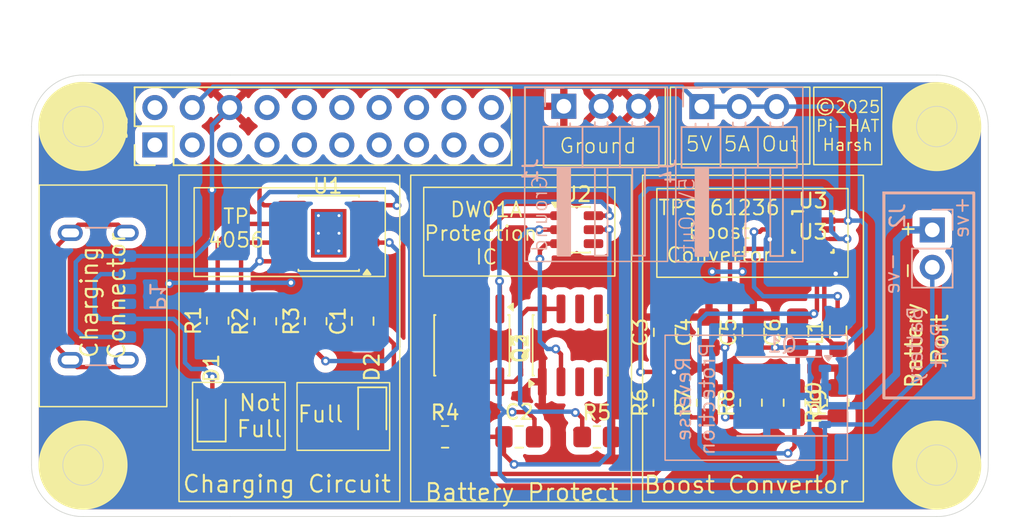
<source format=kicad_pcb>
(kicad_pcb (version 20241229) (generator "pcbnew") (generator_version "9.0")
  (layers (0 "F.Cu" signal) (2 "B.Cu" signal) (13 "F.Paste" user) (15 "B.Paste" user) (5 "F.SilkS" user "F.Silkscreen") (7 "B.SilkS" user "B.Silkscreen") (1 "F.Mask" user) (3 "B.Mask" user) (25 "Edge.Cuts" user))
  (net 0 "")
  (net 1 "Net-(D1-A)")
  (net 2 "5V-")
  (net 3 "Net-(U2-VCC)")
  (net 4 "5V+")
  (net 5 "Net-(D1-K)")
  (net 6 "Net-(D2-K)")
  (net 7 "unconnected-(P1-SHIELD-PadS1)")
  (net 10 "Net-(Q2A-D1-Pad7)")
  (net 11 "Net-(Q2A-G1)")
  (net 12 "Net-(Q3A-G1)")
  (net 13 "Net-(U1-~{STDBY})")
  (net 14 "Net-(U1-~{CHRG})")
  (net 15 "Net-(U1-PROG)")
  (net 16 "Net-(U2-CS)")
  (net 17 "Net-(U3-FB)")
  (net 20 "BAT-")
  (net 21 "BAT+")
  (net 22 "Net-(J2-Pin_1)")
  (net 41 "Net-(U3-CC)")
  (net 42 "Net-(U3-SW)")
  (net 43 "Net-(U3-INACT)")
  (footprint "Connector_PinHeader_2.54mm:PinHeader_2x10_P2.54mm_Vertical" (layer "F.Cu") (at 135.844 93.759 90)
    (property "Reference" "J5")
    (property "Value" "Conn_02x10_Odd_Even")
  )
  (footprint "Package_SO:SOIC-8_3.9x4.9mm_P1.27mm" (layer "F.Cu") (at 157.3775 107.374 -90)
    (property "Reference" "Q2")
    (property "Value" "AO4842")
  )
  (footprint "Capacitor_SMD:C_0805_2012Metric_Pad1.18x1.45mm_HandSolder" (layer "F.Cu") (at 170.48 106.49 90)
    (property "Reference" "C3")
    (property "Value" "10uF 5.787mOhm")
  )
  (footprint "TPS61236PRWLR:RWL0009A" (layer "F.Cu") (at 180.550002 99.67)
    (property "Reference" "U3")
    (property "Value" "TPS61236PRWLR")
  )
  (footprint "Capacitor_SMD:C_0805_2012Metric_Pad1.18x1.45mm_HandSolder" (layer "F.Cu") (at 179.51 106.49 90)
    (property "Reference" "C6")
    (property "Value" "10pF")
  )
  (footprint "Resistor_SMD:R_0805_2012Metric_Pad1.20x1.40mm_HandSolder" (layer "F.Cu") (at 173.4 111.27 90)
    (property "Reference" "R7")
    (property "Value" "1M Ohm")
  )
  (footprint "Resistor_SMD:R_0805_2012Metric_Pad1.20x1.40mm_HandSolder" (layer "F.Cu") (at 176.35 111.27 90)
    (property "Reference" "R8")
    (property "Value" "30.9k Ohm")
  )
  (footprint "Resistor_SMD:R_0805_2012Metric_Pad1.20x1.40mm_HandSolder" (layer "F.Cu") (at 143.354 105.737 90)
    (property "Reference" "R2")
    (property "Value" "1k")
  )
  (footprint "Resistor_SMD:R_0805_2012Metric_Pad1.20x1.40mm_HandSolder" (layer "F.Cu") (at 146.77 105.73 90)
    (property "Reference" "R3")
    (property "Value" "2k")
  )
  (footprint "Resistor_SMD:R_0805_2012Metric_Pad1.20x1.40mm_HandSolder" (layer "F.Cu") (at 179.3 111.27 -90)
    (property "Reference" "R9")
    (property "Value" "619k Ohm")
  )
  (footprint "Capacitor_SMD:C_0805_2012Metric_Pad1.18x1.45mm_HandSolder" (layer "F.Cu") (at 149.964 105.73 90)
    (property "Reference" "C1")
    (property "Value" "10uF")
  )
  (footprint "Capacitor_SMD:C_0805_2012Metric_Pad1.18x1.45mm_HandSolder" (layer "F.Cu") (at 176.5 106.49 90)
    (property "Reference" "C5")
    (property "Value" "47uF")
  )
  (footprint "Resistor_SMD:R_0805_2012Metric_Pad1.20x1.40mm_HandSolder" (layer "F.Cu") (at 170.45 111.27 90)
    (property "Reference" "R6")
    (property "Value" "1M Ohm")
  )
  (footprint "LED_SMD:LED_0805_2012Metric_Pad1.15x1.40mm_HandSolder" (layer "F.Cu") (at 150.613 112.088 -90)
    (property "Reference" "D2")
    (property "Value" "LED (GREEN)")
  )
  (footprint "Capacitor_SMD:C_0805_2012Metric_Pad1.18x1.45mm_HandSolder" (layer "F.Cu") (at 160.597 113.589)
    (property "Reference" "C2")
    (property "Value" "0.1uF")
  )
  (footprint "LED_SMD:LED_0805_2012Metric_Pad1.15x1.40mm_HandSolder" (layer "F.Cu") (at 139.697 112.051 90)
    (property "Reference" "D1")
    (property "Value" "LED (RED)")
  )
  (footprint "Inductor_SMD:L_0805_2012Metric_Pad1.05x1.20mm_HandSolder" (layer "F.Cu") (at 182.27 106.49 90)
    (property "Reference" "L1")
    (property "Value" "1uH 10mOhm")
  )
  (footprint "Package_SO:SOIC-8-1EP_3.9x4.9mm_P1.27mm_EP2.41x3.3mm_ThermalVias" (layer "F.Cu") (at 147.655 99.76 180)
    (property "Reference" "U1")
    (property "Value" "TP4056-42-ESOP8")
  )
  (footprint "Package_TO_SOT_SMD:SOT-23-6" (layer "F.Cu") (at 164.506 99.5155)
    (property "Reference" "U2")
    (property "Value" "DW01A")
  )
  (footprint "Resistor_SMD:R_0805_2012Metric_Pad1.20x1.40mm_HandSolder" (layer "F.Cu") (at 165.877 113.6)
    (property "Reference" "R5")
    (property "Value" "1k ohm")
  )
  (footprint "Package_SO:SOIC-8_3.9x4.9mm_P1.27mm" (layer "F.Cu") (at 164.0695 107.374 90)
    (property "Reference" "Q3")
    (property "Value" "AO4842")
  )
  (footprint "Resistor_SMD:R_0805_2012Metric_Pad1.20x1.40mm_HandSolder" (layer "F.Cu") (at 140.112 105.699 90)
    (property "Reference" "R1")
    (property "Value" "1k")
  )
  (footprint "Resistor_SMD:R_0805_2012Metric_Pad1.20x1.40mm_HandSolder" (layer "F.Cu") (at 182.25 111.27 90)
    (property "Reference" "R10")
    (property "Value" "205k Ohm")
  )
  (footprint "Resistor_SMD:R_0805_2012Metric_Pad1.20x1.40mm_HandSolder" (layer "F.Cu") (at 155.561 113.59)
    (property "Reference" "R4")
    (property "Value" "100 ohm")
  )
  (footprint "Capacitor_SMD:C_0805_2012Metric_Pad1.18x1.45mm_HandSolder" (layer "F.Cu") (at 173.49 106.49 90)
    (property "Reference" "C4")
    (property "Value" "10nF 1mOhm")
  )
  (footprint "Connector_PinHeader_2.54mm:PinHeader_1x03_P2.54mm_Horizontal" (layer "B.Cu") (at 173.005 91.154 -90)
    (property "Reference" "J4")
    (property "Value" "Conn_01x03_Pin")
  )
  (footprint "Connector_USB:USB_C_Receptacle_GCT_USB4125-xx-x_6P_TopMnt_Horizontal" (layer "B.Cu") (at 130.895 104.056 90)
    (property "Reference" "P1")
    (property "Value" "USB_C_Plug_USB2.0")
  )
  (footprint "Connector_PinHeader_2.54mm:PinHeader_1x03_P2.54mm_Horizontal" (layer "B.Cu") (at 163.628 91.132 -90)
    (property "Reference" "J1")
    (property "Value" "Conn_01x03_Pin")
  )
  (footprint "Connector_PinHeader_2.54mm:PinHeader_1x02_P2.54mm_Vertical" (layer "B.Cu") (at 188.661 99.533 180)
    (property "Reference" "J2")
    (property "Value" "Conn_01x02_Pin")
  )
  (footprint "Package_TO_SOT_SMD:TDSON-8-1" (layer "B.Cu") (at 178.467 110.8435 180)
    (property "Reference" "Q1")
    (property "Value" "FDMS86350")
  )
  (gr_rect (start 160.995 89.838) (end 170.524 95.139) (stroke (width 0.1)) (fill no) (layer "F.SilkS"))
  (gr_rect (start 170.865 89.834) (end 180.342 95.062) (stroke (width 0.1)) (fill no) (layer "F.SilkS"))
  (gr_rect (start 185.416 96.997) (end 191.477 110.992) (stroke (width 0.1)) (fill no) (layer "F.SilkS"))
  (gr_rect (start 127.984 96.485) (end 136.655 111.539) (stroke (width 0.1)) (fill no) (layer "F.SilkS"))
  (gr_rect (start 138.511 96.667) (end 151.497 102.695) (stroke (width 0.1)) (fill no) (layer "F.SilkS"))
  (gr_rect (start 145.503 109.909) (end 151.795 114.505) (stroke (width 0.1)) (fill no) (layer "F.SilkS"))
  (gr_rect (start 137.485 95.807) (end 152.485 117.986) (stroke (width 0.1)) (fill no) (layer "F.SilkS"))
  (gr_circle (center 130.964 115.509) (end 133.964 115.509) (stroke (width 0.05)) (fill yes) (layer "F.SilkS"))
  (gr_rect (start 168.98 95.817) (end 183.98 117.996) (stroke (width 0.1)) (fill no) (layer "F.SilkS"))
  (gr_rect (start 180.611 89.839) (end 185.227 95.096) (stroke (width 0.1)) (fill no) (layer "F.SilkS"))
  (gr_rect (start 169.949 96.722) (end 182.935 102.75) (stroke (width 0.1)) (fill no) (layer "F.SilkS"))
  (gr_rect (start 153.225 95.8105) (end 168.225 117.9895) (stroke (width 0.1)) (fill no) (layer "F.SilkS"))
  (gr_rect (start 154.109 96.64) (end 167.095 102.668) (stroke (width 0.1)) (fill no) (layer "F.SilkS"))
  (gr_circle (center 130.952 92.502) (end 133.952 92.502) (stroke (width 0.05)) (fill yes) (layer "F.SilkS"))
  (gr_rect (start 138.403 109.89) (end 144.695 114.486) (stroke (width 0.1)) (fill no) (layer "F.SilkS"))
  (gr_circle (center 188.963 92.514) (end 191.963 92.514) (stroke (width 0.05)) (fill yes) (layer "F.SilkS"))
  (gr_circle (center 188.965 115.511) (end 191.965 115.511) (stroke (width 0.05)) (fill yes) (layer "F.SilkS"))
  (gr_rect (start 171.235 89.832) (end 179.867 101.694) (stroke (width 0.1)) (fill no) (layer "B.SilkS"))
  (gr_rect (start 185.367 97.019) (end 191.48 110.946) (stroke (width 0.2)) (fill no) (layer "B.SilkS"))
  (gr_rect (start 160.97 89.827) (end 170.675 101.674) (stroke (width 0.1)) (fill no) (layer "B.SilkS"))
  (gr_rect (start 170.509 106.6875) (end 182.895 115.1805) (stroke (width 0.1)) (fill no) (layer "B.SilkS"))
  (gr_line (start 130.964 119.009) (end 140.964 119.009) (stroke (width 0.05)) (layer "Edge.Cuts"))
  (gr_arc (start 192.464 115.509) (mid 191.438874 117.983874) (end 188.964 119.009) (stroke (width 0.05)) (layer "Edge.Cuts"))
  (gr_line (start 140.964 119.009) (end 188.964 119.009) (stroke (width 0.05)) (layer "Edge.Cuts"))
  (gr_arc (start 188.964 89.009) (mid 191.438874 90.034126) (end 192.464 92.509) (stroke (width 0.05)) (layer "Edge.Cuts"))
  (gr_line (start 127.464 92.509) (end 127.464 115.509) (stroke (width 0.05)) (layer "Edge.Cuts"))
  (gr_arc (start 130.964 119.009) (mid 128.489126 117.983874) (end 127.464 115.509) (stroke (width 0.05)) (layer "Edge.Cuts"))
  (gr_circle (center 188.964 92.509) (end 188.964 91.134) (stroke (width 0.05)) (fill no) (layer "Edge.Cuts"))
  (gr_line (start 130.964 89.009) (end 140.964 89.009) (stroke (width 0.05)) (layer "Edge.Cuts"))
  (gr_circle (center 188.964 115.509) (end 188.964 114.134) (stroke (width 0.05)) (fill no) (layer "Edge.Cuts"))
  (gr_line (start 192.464 115.509) (end 192.464 92.509) (stroke (width 0.05)) (layer "Edge.Cuts"))
  (gr_circle (center 130.964 92.509) (end 130.964 91.134) (stroke (width 0.05)) (fill no) (layer "Edge.Cuts"))
  (gr_arc (start 127.464 92.509) (mid 128.489126 90.034126) (end 130.964 89.009) (stroke (width 0.05)) (layer "Edge.Cuts"))
  (gr_circle (center 130.964 115.509) (end 130.964 114.134) (stroke (width 0.05)) (fill no) (layer "Edge.Cuts"))
  (gr_line (start 188.964 89.009) (end 140.964 89.009) (stroke (width 0.05)) (layer "Edge.Cuts"))
  (gr_text "+" (at 186.95 99.472 90) (layer "F.SilkS") (effects (font (size 1 1) (thickness 0.125))))
  (gr_text "5V 5A Out" (at 171.848 94.282 0) (layer "F.SilkS") (effects (font (size 1 1) (thickness 0.1)) (justify left bottom)))
  (gr_text "Full" (at 147.099 112.051 0) (layer "F.SilkS") (effects (font (size 1.1 1.1) (thickness 0.1375))))
  (gr_text "DW01A\nProtection \nIC" (at 158.365 99.762 0) (layer "F.SilkS") (effects (font (size 1 1) (thickness 0.125))))
  (gr_text "Battery Protect" (at 160.77 117.361 0) (layer "F.SilkS") (effects (font (size 1.15 1.15) (thickness 0.14375))))
  (gr_text "Charging Circuit" (at 144.814 116.795 0) (layer "F.SilkS") (effects (font (size 1.15 1.15) (thickness 0.14375))))
  (gr_text "©2025\nPi-HAT\nHarsh" (at 182.919 92.4675 0) (layer "F.SilkS") (effects (font (size 0.8 0.8) (thickness 0.1))))
  (gr_text "Boost Convertor" (at 176.033 116.848 0) (layer "F.SilkS") (effects (font (size 1.15 1.15) (thickness 0.14375))))
  (gr_text "Battery \nPort" (at 188.295 106.962 90) (layer "F.SilkS") (effects (font (size 1.1 1.1))))
  (gr_text "Not\nFull" (at 142.951 112.166 0) (layer "F.SilkS") (effects (font (size 1.1 1.1) (thickness 0.1375))))
  (gr_text "Charging \nConnector" (at 132.3195 104.012 90) (layer "F.SilkS") (effects (font (size 1.15 1.15) (thickness 0.14375))))
  (gr_text "-" (at 186.924 102.301 90) (layer "F.SilkS") (effects (font (size 1 1) (thickness 0.125))))
  (gr_text "TPS 61236\nBoost\nConvertor" (at 174.18 99.63 0) (layer "F.SilkS") (effects (font (size 1 1) (thickness 0.125))))
  (gr_text "TP\n4056" (at 141.366 99.414 0) (layer "F.SilkS") (effects (font (size 1 1) (thickness 0.125))))
  (gr_text "Ground" (at 163.267 94.403 0) (layer "F.SilkS") (effects (font (size 1 1) (thickness 0.1)) (justify left bottom)))
  (gr_text "+ve" (at 190.637 98.68 90) (layer "B.SilkS") (effects (font (size 1 1) (thickness 0.125)) (justify mirror)))
  (gr_text "Battery\nPort" (at 188.306 107.352 90) (layer "B.SilkS") (effects (font (size 1 1) (thickness 0.125)) (justify mirror)))
  (gr_text "Reverse\nProtection" (at 172.567 111.0175 90) (layer "B.SilkS") (effects (font (size 1 1) (thickness 0.125)) (justify mirror)))
  (gr_text "-ve" (at 185.925 102.505 90) (layer "B.SilkS") (effects (font (size 1 1) (thickness 0.125)) (justify mirror)))
  (gr_text "5V Out" (at 172.582 95.91 90) (layer "B.SilkS") (effects (font (size 1 1) (thickness 0.1)) (justify left bottom mirror)))
  (gr_text "Ground" (at 162.579 95.743 90) (layer "B.SilkS") (effects (font (size 1 1) (thickness 0.1)) (justify left bottom mirror)))
  (segment (start 152.08 111.646) (end 152.08 107.28) (width 0.3) (layer "F.Cu") (net 1))
  (segment (start 137.51 114.08) (end 137.51 111.39) (width 0.3) (layer "F.Cu") (net 1))
  (segment (start 137.51 111.39) (end 137.874 111.026) (width 0.3) (layer "F.Cu") (net 1))
  (segment (start 150.613 113.113) (end 150.613 114.197) (width 0.3) (layer "F.Cu") (net 1))
  (segment (start 150.613 114.197) (end 150.23 114.58) (width 0.3) (layer "F.Cu") (net 1))
  (segment (start 150.23 114.58) (end 138.01 114.58) (width 0.3) (layer "F.Cu") (net 1))
  (segment (start 150.613 113.113) (end 152.08 111.646) (width 0.3) (layer "F.Cu") (net 1))
  (segment (start 152.29 97.87) (end 152.275 97.855) (width 0.3) (layer "F.Cu") (net 1))
  (segment (start 142.975 101.665) (end 142.96 101.65) (width 0.3) (layer "F.Cu") (net 1))
  (segment (start 137.874 111.026) (end 139.697 111.026) (width 0.3) (layer "F.Cu") (net 1))
  (segment (start 145.18 101.665) (end 142.975 101.665) (width 0.3) (layer "F.Cu") (net 1))
  (segment (start 152.275 97.855) (end 150.13 97.855) (width 0.3) (layer "F.Cu") (net 1))
  (segment (start 151.5675 106.7675) (end 149.964 106.7675) (width 0.3) (layer "F.Cu") (net 1))
  (segment (start 139.75 109.51) (end 139.75 110.973) (width 0.3) (layer "F.Cu") (net 1))
  (segment (start 139.75 110.973) (end 139.697 111.026) (width 0.3) (layer "F.Cu") (net 1))
  (segment (start 152.08 107.28) (end 151.5675 106.7675) (width 0.3) (layer "F.Cu") (net 1))
  (segment (start 138.01 114.58) (end 137.51 114.08) (width 0.3) (layer "F.Cu") (net 1))
  (via (at 152.29 97.87) (size 0.6) (drill 0.3) (layers "F.Cu" "B.Cu") (net 1))
  (via (at 139.75 109.51) (size 0.6) (drill 0.3) (layers "F.Cu" "B.Cu") (net 1))
  (via (at 142.96 101.65) (size 0.6) (drill 0.3) (layers "F.Cu" "B.Cu") (net 1))
  (segment (start 132.156 105.576) (end 133.975 105.576) (width 0.3) (layer "B.Cu") (net 1))
  (segment (start 143.63 96.96) (end 142.95 97.64) (width 0.3) (layer "B.Cu") (net 1))
  (segment (start 137.89 108.55) (end 138.32 108.98) (width 0.3) (layer "B.Cu") (net 1))
  (segment (start 137.116 105.576) (end 137.66 106.12) (width 0.3) (layer "B.Cu") (net 1))
  (segment (start 151.93 96.96) (end 143.63 96.96) (width 0.3) (layer "B.Cu") (net 1))
  (segment (start 131.76 105.18) (end 132.156 105.576) (width 0.3) (layer "B.Cu") (net 1))
  (segment (start 152.295 97.325) (end 151.93 96.96) (width 0.3) (layer "B.Cu") (net 1))
  (segment (start 134.261 102.25) (end 133.975 102.536) (width 0.3) (layer "B.Cu") (net 1))
  (segment (start 133.975 102.536) (end 132.164 102.536) (width 0.3) (layer "B.Cu") (net 1))
  (segment (start 137.66 106.12) (end 137.89 106.35) (width 0.3) (layer "B.Cu") (net 1))
  (segment (start 131.76 102.94) (end 131.76 105.18) (width 0.3) (layer "B.Cu") (net 1))
  (segment (start 132.164 102.536) (end 131.76 102.94) (width 0.3) (layer "B.Cu") (net 1))
  (segment (start 137.89 108.27) (end 137.89 108.55) (width 0.3) (layer "B.Cu") (net 1))
  (segment (start 133.975 105.576) (end 137.116 105.576) (width 0.3) (layer "B.Cu") (net 1))
  (segment (start 142.95 101.64) (end 142.96 101.65) (width 0.3) (layer "B.Cu") (net 1))
  (segment (start 142.95 97.64) (end 142.95 101.64) (width 0.3) (layer "B.Cu") (net 1))
  (segment (start 152.295 97.865) (end 152.295 97.325) (width 0.3) (layer "B.Cu") (net 1))
  (segment (start 142.96 101.65) (end 142.36 102.25) (width 0.3) (layer "B.Cu") (net 1))
  (segment (start 152.29 97.87) (end 152.295 97.865) (width 0.3) (layer "B.Cu") (net 1))
  (segment (start 142.36 102.25) (end 134.261 102.25) (width 0.3) (layer "B.Cu") (net 1))
  (segment (start 137.89 106.35) (end 137.89 108.27) (width 0.3) (layer "B.Cu") (net 1))
  (segment (start 138.32 108.98) (end 139.22 108.98) (width 0.3) (layer "B.Cu") (net 1))
  (segment (start 139.22 108.98) (end 139.75 109.51) (width 0.3) (layer "B.Cu") (net 1))
  (segment (start 179.650001 98.899999) (end 178.719999 98.899999) (width 0.3) (layer "F.Cu") (net 2))
  (segment (start 146.77 104.73) (end 146.77 103.49) (width 0.3) (layer "F.Cu") (net 2))
  (segment (start 179.86 104) (end 176.79 104) (width 0.3) (layer "F.Cu") (net 2))
  (segment (start 176.79 104) (end 176.5 104.29) (width 0.3) (layer "F.Cu") (net 2))
  (segment (start 180.300002 103.559998) (end 179.86 104) (width 0.3) (layer "F.Cu") (net 2))
  (segment (start 146.4 103.12) (end 145.09 103.12) (width 0.3) (layer "F.Cu") (net 2))
  (segment (start 168.688 91.132) (end 168.708 91.132) (width 0.3) (layer "F.Cu") (net 2))
  (segment (start 177.89 98.07) (end 177.89 97.58) (width 0.3) (layer "F.Cu") (net 2))
  (segment (start 163.628 91.132) (end 163.632 91.132) (width 0.3) (layer "F.Cu") (net 2))
  (segment (start 178.719999 98.899999) (end 177.89 98.07) (width 0.3) (layer "F.Cu") (net 2))
  (segment (start 146.77 103.49) (end 146.66 103.38) (width 0.3) (layer "F.Cu") (net 2))
  (segment (start 146.66 103.38) (end 146.4 103.12) (width 0.3) (layer "F.Cu") (net 2))
  (segment (start 180.300002 100.82) (end 180.300002 103.559998) (width 0.3) (layer "F.Cu") (net 2))
  (segment (start 176.5 104.29) (end 176.5 105.4525) (width 0.3) (layer "F.Cu") (net 2))
  (via (at 173.71 102.37) (size 0.6) (drill 0.3) (layers "F.Cu" "B.Cu") (net 2))
  (via (at 175.76 102.37) (size 0.6) (drill 0.3) (layers "F.Cu" "B.Cu") (net 2))
  (via (at 136.83 103.186) (size 0.6) (drill 0.3) (layers "F.Cu" "B.Cu") (net 2))
  (via (at 145.09 103.12) (size 0.6) (drill 0.3) (layers "F.Cu" "B.Cu") (net 2))
  (via (at 139.723 96.81) (size 0.6) (drill 0.3) (layers "F.Cu" "B.Cu") (net 2))
  (segment (start 139.723 92.42) (end 140.924 91.219) (width 0.3) (layer "B.Cu") (net 2))
  (segment (start 130.966 106.806) (end 130.47 106.31) (width 0.3) (layer "B.Cu") (net 2))
  (segment (start 175.76 102.37) (end 173.71 102.37) (width 0.3) (layer "B.Cu") (net 2))
  (segment (start 136.896 103.12) (end 136.83 103.186) (width 0.3) (layer "B.Cu") (net 2))
  (segment (start 133.975 101.306) (end 138.594 101.306) (width 0.3) (layer "B.Cu") (net 2))
  (segment (start 130.47 106.31) (end 130.47 101.72) (width 0.3) (layer "B.Cu") (net 2))
  (segment (start 130.47 101.72) (end 130.884 101.306) (width 0.3) (layer "B.Cu") (net 2))
  (segment (start 139.723 96.81) (end 139.723 92.42) (width 0.3) (layer "B.Cu") (net 2))
  (segment (start 133.975 106.806) (end 130.966 106.806) (width 0.3) (layer "B.Cu") (net 2))
  (segment (start 130.884 101.306) (end 133.975 101.306) (width 0.3) (layer "B.Cu") (net 2))
  (segment (start 138.594 101.306) (end 139.723 100.177) (width 0.3) (layer "B.Cu") (net 2))
  (segment (start 145.09 103.12) (end 136.896 103.12) (width 0.3) (layer "B.Cu") (net 2))
  (segment (start 139.723 100.177) (end 139.723 96.81) (width 0.3) (layer "B.Cu") (net 2))
  (segment (start 159.5595 114.7695) (end 159.5595 113.589) (width 0.3) (layer "F.Cu") (net 3))
  (segment (start 165.6435 99.5155) (end 166.6945 99.5155) (width 0.3) (layer "F.Cu") (net 3))
  (segment (start 159.5595 113.589) (end 156.562 113.589) (width 0.3) (layer "F.Cu") (net 3))
  (segment (start 166.6945 99.5155) (end 166.71 99.5) (width 0.3) (layer "F.Cu") (net 3))
  (segment (start 160.25 115.46) (end 159.5595 114.7695) (width 0.3) (layer "F.Cu") (net 3))
  (segment (start 156.562 113.589) (end 156.561 113.59) (width 0.3) (layer "F.Cu") (net 3))
  (via (at 160.25 115.46) (size 0.6) (drill 0.3) (layers "F.Cu" "B.Cu") (net 3))
  (via (at 166.71 99.5) (size 0.6) (drill 0.3) (layers "F.Cu" "B.Cu") (net 3))
  (segment (start 166.02 115.46) (end 160.25 115.46) (width 0.3) (layer "B.Cu") (net 3))
  (segment (start 166.71 99.5) (end 166.72 99.51) (width 0.3) (layer "B.Cu") (net 3))
  (segment (start 166.72 99.51) (end 166.72 114.76) (width 0.3) (layer "B.Cu") (net 3))
  (segment (start 166.72 114.76) (end 166.02 115.46) (width 0.3) (layer "B.Cu") (net 3))
  (segment (start 181.275002 98.899999) (end 182.94 98.9) (width 0.3) (layer "F.Cu") (net 4))
  (segment (start 179.51 110.06) (end 179.3 110.27) (width 0.3) (layer "F.Cu") (net 4))
  (segment (start 176.5 107.5275) (end 179.51 107.5275) (width 0.3) (layer "F.Cu") (net 4))
  (segment (start 179.51 107.5275) (end 179.51 110.06) (width 0.3) (layer "F.Cu") (net 4))
  (via (at 177.99 107.52) (size 0.6) (drill 0.3) (layers "F.Cu" "B.Cu") (net 4))
  (via (at 182.94 98.9) (size 0.6) (drill 0.3) (layers "F.Cu" "B.Cu") (net 4))
  (segment (start 182.65 107.52) (end 182.67 107.54) (width 0.3) (layer "B.Cu") (net 4))
  (segment (start 139.803 89.8) (end 171.651 89.8) (width 0.3) (layer "B.Cu") (net 4))
  (segment (start 182.154 91.154) (end 173.005 91.154) (width 0.3) (layer "B.Cu") (net 4))
  (segment (start 182.94 91.94) (end 182.154 91.154) (width 0.3) (layer "B.Cu") (net 4))
  (segment (start 171.651 89.8) (end 173.005 91.154) (width 0.3) (layer "B.Cu") (net 4))
  (segment (start 183.82 98.9) (end 182.94 98.9) (width 0.3) (layer "B.Cu") (net 4))
  (segment (start 182.94 98.9) (end 182.94 91.94) (width 0.3) (layer "B.Cu") (net 4))
  (segment (start 184.13 106.08) (end 184.13 99.21) (width 0.3) (layer "B.Cu") (net 4))
  (segment (start 177.99 107.52) (end 182.65 107.52) (width 0.3) (layer "B.Cu") (net 4))
  (segment (start 184.13 99.21) (end 183.82 98.9) (width 0.3) (layer "B.Cu") (net 4))
  (segment (start 138.384 91.219) (end 139.803 89.8) (width 0.3) (layer "B.Cu") (net 4))
  (segment (start 182.67 107.54) (end 184.13 106.08) (width 0.3) (layer "B.Cu") (net 4))
  (segment (start 141.48 107.23) (end 141.48 112.37) (width 0.3) (layer "F.Cu") (net 5))
  (segment (start 140.949 106.699) (end 141.48 107.23) (width 0.3) (layer "F.Cu") (net 5))
  (segment (start 140.112 106.699) (end 140.949 106.699) (width 0.3) (layer "F.Cu") (net 5))
  (segment (start 141.48 112.37) (end 140.774 113.076) (width 0.3) (layer "F.Cu") (net 5))
  (segment (start 140.774 113.076) (end 139.697 113.076) (width 0.3) (layer "F.Cu") (net 5))
  (segment (start 143.354 110.604) (end 143.813 111.063) (width 0.3) (layer "F.Cu") (net 6))
  (segment (start 143.354 106.737) (end 143.354 110.604) (width 0.3) (layer "F.Cu") (net 6))
  (segment (start 143.813 111.063) (end 150.613 111.063) (width 0.3) (layer "F.Cu") (net 6))
  (segment (start 129.27 107.551) (end 130.095 108.376) (width 0.3) (layer "F.Cu") (net 7))
  (segment (start 133.895 99.736) (end 133.339 99.18) (width 0.3) (layer "F.Cu") (net 7))
  (segment (start 130.651 99.18) (end 130.095 99.736) (width 0.3) (layer "F.Cu") (net 7))
  (segment (start 130.095 99.736) (end 129.27 100.561) (width 0.3) (layer "F.Cu") (net 7))
  (segment (start 129.27 100.561) (end 129.27 107.551) (width 0.3) (layer "F.Cu") (net 7))
  (segment (start 133.421 108.85) (end 133.895 108.376) (width 0.3) (layer "F.Cu") (net 7))
  (segment (start 130.095 108.376) (end 130.569 108.85) (width 0.3) (layer "F.Cu") (net 7))
  (segment (start 130.569 108.85) (end 133.421 108.85) (width 0.3) (layer "F.Cu") (net 7))
  (segment (start 133.339 99.18) (end 130.651 99.18) (width 0.3) (layer "F.Cu") (net 7))
  (segment (start 160.72 105.35) (end 161.171 104.899) (width 0.3) (layer "F.Cu") (net 10))
  (segment (start 160.72 109.39) (end 160.72 109) (width 0.3) (layer "F.Cu") (net 10))
  (segment (start 160.261 109.849) (end 160.72 109.39) (width 0.3) (layer "F.Cu") (net 10))
  (segment (start 159.2825 109.849) (end 158.0125 109.849) (width 0.3) (layer "F.Cu") (net 10))
  (segment (start 159.2825 109.849) (end 160.261 109.849) (width 0.3) (layer "F.Cu") (net 10))
  (segment (start 163.4345 104.899) (end 162.1645 104.899) (width 0.3) (layer "F.Cu") (net 10))
  (segment (start 161.171 104.899) (end 162.1645 104.899) (width 0.3) (layer "F.Cu") (net 10))
  (segment (start 160.71 109) (end 160.71 105.35) (width 0.3) (layer "F.Cu") (net 10))
  (segment (start 159.5245 98.5655) (end 158.0125 100.0775) (width 0.3) (layer "F.Cu") (net 11))
  (segment (start 163.3685 98.5655) (end 159.5245 98.5655) (width 0.3) (layer "F.Cu") (net 11))
  (segment (start 158.0125 100.0775) (end 158.0125 104.899) (width 0.3) (layer "F.Cu") (net 11))
  (segment (start 162 101.51) (end 162 100.91) (width 0.3) (layer "F.Cu") (net 12))
  (segment (start 163.4345 109.849) (end 163.4345 107.9745) (width 0.3) (layer "F.Cu") (net 12))
  (segment (start 162.4445 100.4655) (end 163.3685 100.4655) (width 0.3) (layer "F.Cu") (net 12))
  (segment (start 163.4345 107.9745) (end 163.08 107.62) (width 0.3) (layer "F.Cu") (net 12))
  (segment (start 162 100.91) (end 162.4445 100.4655) (width 0.3) (layer "F.Cu") (net 12))
  (via (at 163.08 107.62) (size 0.6) (drill 0.3) (layers "F.Cu" "B.Cu") (net 12))
  (via (at 162 101.51) (size 0.6) (drill 0.3) (layers "F.Cu" "B.Cu") (net 12))
  (segment (start 162 107.11) (end 162 101.51) (width 0.3) (layer "B.Cu") (net 12))
  (segment (start 162.51 107.62) (end 162 107.11) (width 0.3) (layer "B.Cu") (net 12))
  (segment (start 163.08 107.62) (end 162.51 107.62) (width 0.3) (layer "B.Cu") (net 12))
  (segment (start 145.18 99.125) (end 141.395 99.125) (width 0.3) (layer "F.Cu") (net 13))
  (segment (start 140.112 100.408) (end 140.112 104.699) (width 0.3) (layer "F.Cu") (net 13))
  (segment (start 141.395 99.125) (end 140.112 100.408) (width 0.3) (layer "F.Cu") (net 13))
  (segment (start 141.7 104.29) (end 142.147 104.737) (width 0.3) (layer "F.Cu") (net 14))
  (segment (start 142.147 104.737) (end 143.354 104.737) (width 0.3) (layer "F.Cu") (net 14))
  (segment (start 145.18 100.395) (end 142.245 100.395) (width 0.3) (layer "F.Cu") (net 14))
  (segment (start 142.245 100.395) (end 141.7 100.94) (width 0.3) (layer "F.Cu") (net 14))
  (segment (start 141.7 100.94) (end 141.7 104.29) (width 0.3) (layer "F.Cu") (net 14))
  (segment (start 151.765 100.395) (end 150.13 100.395) (width 0.3) (layer "F.Cu") (net 15))
  (segment (start 146.77 107.77) (end 146.77 106.73) (width 0.3) (layer "F.Cu") (net 15))
  (segment (start 147.44 108.44) (end 146.77 107.77) (width 0.3) (layer "F.Cu") (net 15))
  (segment (start 151.77 100.39) (end 151.765 100.395) (width 0.3) (layer "F.Cu") (net 15))
  (via (at 147.44 108.44) (size 0.6) (drill 0.3) (layers "F.Cu" "B.Cu") (net 15))
  (via (at 151.77 100.39) (size 0.6) (drill 0.3) (layers "F.Cu" "B.Cu") (net 15))
  (segment (start 152.39 107.48) (end 151.43 108.44) (width 0.3) (layer "B.Cu") (net 15))
  (segment (start 151.43 108.44) (end 147.44 108.44) (width 0.3) (layer "B.Cu") (net 15))
  (segment (start 152.39 101.01) (end 152.39 107.48) (width 0.3) (layer "B.Cu") (net 15))
  (segment (start 151.77 100.39) (end 152.39 101.01) (width 0.3) (layer "B.Cu") (net 15))
  (segment (start 164.41 113.133) (end 164.877 113.6) (width 0.3) (layer "F.Cu") (net 16))
  (segment (start 164.877 112.317) (end 164.877 113.6) (width 0.3) (layer "F.Cu") (net 16))
  (segment (start 164.41 111.94) (end 164.5 111.94) (width 0.3) (layer "F.Cu") (net 16))
  (segment (start 164.5 111.94) (end 164.877 112.317) (width 0.3) (layer "F.Cu") (net 16))
  (segment (start 163.3685 99.5155) (end 161.9545 99.5155) (width 0.3) (layer "F.Cu") (net 16))
  (segment (start 161.9545 99.5155) (end 161.95 99.52) (width 0.3) (layer "F.Cu") (net 16))
  (via (at 164.41 111.94) (size 0.6) (drill 0.3) (layers "F.Cu" "B.Cu") (net 16))
  (via (at 161.95 99.52) (size 0.6) (drill 0.3) (layers "F.Cu" "B.Cu") (net 16))
  (segment (start 164.35 111.88) (end 164.41 111.94) (width 0.3) (layer "B.Cu") (net 16))
  (segment (start 161.19 111.88) (end 164.35 111.88) (width 0.3) (layer "B.Cu") (net 16))
  (segment (start 160.66 111.35) (end 161.19 111.88) (width 0.3) (layer "B.Cu") (net 16))
  (segment (start 161.95 99.52) (end 161.2 99.52) (width 0.3) (layer "B.Cu") (net 16))
  (segment (start 161.2 99.52) (end 160.66 100.06) (width 0.3) (layer "B.Cu") (net 16))
  (segment (start 160.66 100.06) (end 160.66 111.35) (width 0.3) (layer "B.Cu") (net 16))
  (segment (start 180.615 105.225) (end 180.824001 105.015999) (width 0.3) (layer "F.Cu") (net 17))
  (segment (start 182.25 112.27) (end 179.3 112.27) (width 0.3) (layer "F.Cu") (net 17))
  (segment (start 180.3875 105.4525) (end 180.615 105.225) (width 0.3) (layer "F.Cu") (net 17))
  (segment (start 180.824001 105.015999) (end 180.824001 100.7) (width 0.3) (layer "F.Cu") (net 17))
  (segment (start 179.3 114.27) (end 178.86 114.71) (width 0.3) (layer "F.Cu") (net 17))
  (segment (start 179.3 112.27) (end 179.3 114.27) (width 0.3) (layer "F.Cu") (net 17))
  (segment (start 179.51 105.4525) (end 180.3875 105.4525) (width 0.3) (layer "F.Cu") (net 17))
  (via (at 180.615 105.225) (size 0.6) (drill 0.3) (layers "F.Cu" "B.Cu") (net 17))
  (via (at 178.86 114.71) (size 0.6) (drill 0.3) (layers "F.Cu" "B.Cu") (net 17))
  (segment (start 173.335 105.225) (end 180.615 105.225) (width 0.3) (layer "B.Cu") (net 17))
  (segment (start 173.47 114.71) (end 172.848391 114.088391) (width 0.3) (layer "B.Cu") (net 17))
  (segment (start 172.85 105.71) (end 173.335 105.225) (width 0.3) (layer "B.Cu") (net 17))
  (segment (start 172.848391 107.211609) (end 172.85 107.21) (width 0.3) (layer "B.Cu") (net 17))
  (segment (start 178.86 114.71) (end 173.47 114.71) (width 0.3) (layer "B.Cu") (net 17))
  (segment (start 172.848391 114.088391) (end 172.848391 107.211609) (width 0.3) (layer "B.Cu") (net 17))
  (segment (start 172.85 107.21) (end 172.85 105.71) (width 0.3) (layer "B.Cu") (net 17))
  (segment (start 159.2825 103.0325) (end 159.26 103.01) (width 0.3) (layer "F.Cu") (net 20))
  (segment (start 161.6345 112.3845) (end 161.6345 113.589) (width 0.3) (layer "F.Cu") (net 20))
  (segment (start 160.12 111.91) (end 161.16 111.91) (width 0.3) (layer "F.Cu") (net 20))
  (segment (start 166.7345 98.5655) (end 165.6435 98.5655) (width 0.3) (layer "F.Cu") (net 20))
  (segment (start 161.16 111.91) (end 161.6345 112.3845) (width 0.3) (layer "F.Cu") (net 20))
  (segment (start 159.2825 104.899) (end 159.2825 103.0325) (width 0.3) (layer "F.Cu") (net 20))
  (via (at 166.7345 98.5655) (size 0.6) (drill 0.3) (layers "F.Cu" "B.Cu") (net 20))
  (via (at 160.12 111.91) (size 0.6) (drill 0.3) (layers "F.Cu" "B.Cu") (net 20))
  (via (at 159.26 103.01) (size 0.6) (drill 0.3) (layers "F.Cu" "B.Cu") (net 20))
  (segment (start 159.25 103) (end 159.26 103.01) (width 0.3) (layer "B.Cu") (net 20))
  (segment (start 159.25 98.03) (end 159.25 103) (width 0.3) (layer "B.Cu") (net 20))
  (segment (start 159.58 111.91) (end 160.12 111.91) (width 0.3) (layer "B.Cu") (net 20))
  (segment (start 166.17 97.61) (end 159.67 97.61) (width 0.3) (layer "B.Cu") (net 20))
  (segment (start 159.7 116.56) (end 159.28 116.14) (width 0.3) (layer "B.Cu") (net 20))
  (segment (start 159.63 111.91) (end 160.12 111.91) (width 0.3) (layer "B.Cu") (net 20))
  (segment (start 166.7345 98.5655) (end 166.7345 98.1745) (width 0.3) (layer "B.Cu") (net 20))
  (segment (start 166.7345 98.1745) (end 166.17 97.61) (width 0.3) (layer "B.Cu") (net 20))
  (segment (start 188.661 102.073) (end 188.661 108.639) (width 0.3) (layer "B.Cu") (net 20))
  (segment (start 159.26 111.54) (end 159.63 111.91) (width 0.3) (layer "B.Cu") (net 20))
  (segment (start 181.367 116.063) (end 180.87 116.56) (width 0.3) (layer "B.Cu") (net 20))
  (segment (start 181.367 112.7485) (end 181.367 116.063) (width 0.3) (layer "B.Cu") (net 20))
  (segment (start 159.26 103.01) (end 159.26 111.54) (width 0.3) (layer "B.Cu") (net 20))
  (segment (start 180.87 116.56) (end 159.7 116.56) (width 0.3) (layer "B.Cu") (net 20))
  (segment (start 159.28 112.21) (end 159.58 111.91) (width 0.3) (layer "B.Cu") (net 20))
  (segment (start 188.661 108.639) (end 184.5515 112.7485) (width 0.3) (layer "B.Cu") (net 20))
  (segment (start 184.5515 112.7485) (end 181.367 112.7485) (width 0.3) (layer "B.Cu") (net 20))
  (segment (start 159.67 97.61) (end 159.25 98.03) (width 0.3) (layer "B.Cu") (net 20))
  (segment (start 159.28 116.14) (end 159.28 112.21) (width 0.3) (layer "B.Cu") (net 20))
  (segment (start 177.64 100.17) (end 177.665 100.145) (width 0.3) (layer "F.Cu") (net 21))
  (segment (start 153.52 96.57) (end 152.93 95.98) (width 0.3) (layer "F.Cu") (net 21))
  (segment (start 169.849 116.111) (end 154.891 116.111) (width 0.3) (layer "F.Cu") (net 21))
  (segment (start 181.325001 102.52) (end 181.325001 100.845001) (width 0.3) (layer "F.Cu") (net 21))
  (segment (start 143.255 97.855) (end 145.18 97.855) (width 0.3) (layer "F.Cu") (net 21))
  (segment (start 182.09 102.52) (end 182.1 102.51) (width 0.3) (layer "F.Cu") (net 21))
  (segment (start 171.111514 108.159014) (end 170.48 107.5275) (width 0.3) (layer "F.Cu") (net 21))
  (segment (start 142.955 96.295) (end 142.955 97.555) (width 0.3) (layer "F.Cu") (net 21))
  (segment (start 171.8 112.27) (end 170.45 112.27) (width 0.3) (layer "F.Cu") (net 21))
  (segment (start 172.32 112.27) (end 171.8 112.27) (width 0.3) (layer "F.Cu") (net 21))
  (segment (start 177.622334 100.17) (end 177.64 100.17) (width 0.3) (layer "F.Cu") (net 21))
  (segment (start 154.561 115.781) (end 154.561 113.59) (width 0.3) (layer "F.Cu") (net 21))
  (segment (start 181.325001 102.52) (end 182.09 102.52) (width 0.3) (layer "F.Cu") (net 21))
  (segment (start 154.561 113.59) (end 154.561 112.151) (width 0.3) (layer "F.Cu") (net 21))
  (segment (start 171.111514 109.197667) (end 172.06 110.146153) (width 0.3) (layer "F.Cu") (net 21))
  (segment (start 142.955 97.555) (end 143.255 97.855) (width 0.3) (layer "F.Cu") (net 21))
  (segment (start 172.06 112.01) (end 171.8 112.27) (width 0.3) (layer "F.Cu") (net 21))
  (segment (start 143.27 95.98) (end 142.955 96.295) (width 0.3) (layer "F.Cu") (net 21))
  (segment (start 177.665 100.145) (end 179.400002 100.145) (width 0.3) (layer "F.Cu") (net 21))
  (segment (start 170.45 112.27) (end 170.45 115.51) (width 0.3) (layer "F.Cu") (net 21))
  (segment (start 152.93 95.98) (end 143.27 95.98) (width 0.3) (layer "F.Cu") (net 21))
  (segment (start 172.06 112.01) (end 172.32 112.27) (width 0.3) (layer "F.Cu") (net 21))
  (segment (start 182.275 107.644999) (end 181.325001 106.695) (width 0.3) (layer "F.Cu") (net 21))
  (segment (start 154.891 116.111) (end 154.561 115.781) (width 0.3) (layer "F.Cu") (net 21))
  (segment (start 154.561 112.151) (end 153.52 111.11) (width 0.3) (layer "F.Cu") (net 21))
  (segment (start 173.4 112.27) (end 172.32 112.27) (width 0.3) (layer "F.Cu") (net 21))
  (segment (start 171.111514 109.197667) (end 171.111514 108.159014) (width 0.3) (layer "F.Cu") (net 21))
  (segment (start 181.325001 106.695) (end 181.325001 102.52) (width 0.3) (layer "F.Cu") (net 21))
  (segment (start 172.06 110.146153) (end 172.06 112.01) (width 0.3) (layer "F.Cu") (net 21))
  (segment (start 170.45 115.51) (end 169.849 116.111) (width 0.3) (layer "F.Cu") (net 21))
  (segment (start 153.52 111.11) (end 153.52 96.57) (width 0.3) (layer "F.Cu") (net 21))
  (via (at 177.622334 100.17) (size 0.6) (drill 0.3) (layers "F.Cu" "B.Cu") (net 21))
  (via (at 182.1 102.51) (size 0.6) (drill 0.3) (layers "F.Cu" "B.Cu") (net 21))
  (via (at 171.111514 109.197667) (size 0.6) (drill 0.3) (layers "F.Cu" "B.Cu") (net 21))
  (segment (start 171.111514 109.197667) (end 171.111514 108.858486) (width 0.3) (layer "B.Cu") (net 21))
  (segment (start 177.417 110.8435) (end 178.13 111.5565) (width 0.3) (layer "B.Cu") (net 21))
  (segment (start 181.367 111.4785) (end 181.367 108.9385) (width 0.5) (layer "B.Cu") (net 22))
  (segment (start 186.947 99.533) (end 186.23 100.25) (width 0.5) (layer "B.Cu") (net 22))
  (segment (start 188.661 99.533) (end 186.947 99.533) (width 0.5) (layer "B.Cu") (net 22))
  (segment (start 186.23 100.25) (end 186.23 109.32) (width 0.5) (layer "B.Cu") (net 22))
  (segment (start 186.23 109.32) (end 184.0715 111.4785) (width 0.5) (layer "B.Cu") (net 22))
  (segment (start 184.0715 111.4785) (end 181.367 111.4785) (width 0.5) (layer "B.Cu") (net 22))
  (segment (start 179.800001 100.82) (end 175.48 100.82) (width 0.3) (layer "F.Cu") (net 41))
  (segment (start 175.48 100.82) (end 174.92 101.38) (width 0.3) (layer "F.Cu") (net 41))
  (segment (start 174.6 112.25) (end 176.33 112.25) (width 0.3) (layer "F.Cu") (net 41))
  (segment (start 174.5725 107.5275) (end 173.49 107.5275) (width 0.3) (layer "F.Cu") (net 41))
  (segment (start 174.92 107.18) (end 174.5725 107.5275) (width 0.3) (layer "F.Cu") (net 41))
  (segment (start 176.33 112.25) (end 176.35 112.27) (width 0.3) (layer "F.Cu") (net 41))
  (segment (start 174.92 101.38) (end 174.92 107.18) (width 0.3) (layer "F.Cu") (net 41))
  (via (at 174.5725 107.5275) (size 0.6) (drill 0.3) (layers "F.Cu" "B.Cu") (net 41))
  (via (at 174.6 112.25) (size 0.6) (drill 0.3) (layers "F.Cu" "B.Cu") (net 41))
  (segment (start 174.5725 112.2225) (end 174.5725 107.5275) (width 0.3) (layer "B.Cu") (net 41))
  (segment (start 174.6 112.25) (end 174.5725 112.2225) (width 0.3) (layer "B.Cu") (net 41))
  (segment (start 176.94 99.66) (end 177.1 99.5) (width 0.3) (layer "F.Cu") (net 42))
  (segment (start 177.1 99.5) (end 179.641502 99.5) (width 0.3) (layer "F.Cu") (net 42))
  (segment (start 182.23 105.299999) (end 182.275 105.344999) (width 0.3) (layer "F.Cu") (net 42))
  (segment (start 182.23 104.04) (end 182.23 105.299999) (width 0.3) (layer "F.Cu") (net 42))
  (segment (start 176.55 99.66) (end 176.94 99.66) (width 0.3) (layer "F.Cu") (net 42))
  (via (at 176.55 99.66) (size 0.6) (drill 0.3) (layers "F.Cu" "B.Cu") (net 42))
  (via (at 182.23 104.04) (size 0.6) (drill 0.3) (layers "F.Cu" "B.Cu") (net 42))
  (segment (start 177.17 104.04) (end 182.23 104.04) (width 0.3) (layer "B.Cu") (net 42))
  (segment (start 176.55 103.42) (end 177.17 104.04) (width 0.3) (layer "B.Cu") (net 42))
  (segment (start 176.55 99.66) (end 176.55 103.42) (width 0.3) (layer "B.Cu") (net 42))
  (segment (start 170.45 109.42) (end 170.45 110.27) (width 0.3) (layer "F.Cu") (net 43))
  (segment (start 181.700002 100.145) (end 182.865 100.145) (width 0.3) (layer "F.Cu") (net 43))
  (segment (start 168.84 109.18) (end 170.21 109.18) (width 0.3) (layer "F.Cu") (net 43))
  (segment (start 170.21 109.18) (end 170.45 109.42) (width 0.3) (layer "F.Cu") (net 43))
  (segment (start 182.865 100.145) (end 182.87 100.14) (width 0.3) (layer "F.Cu") (net 43))
  (via (at 182.87 100.14) (size 0.6) (drill 0.3) (layers "F.Cu" "B.Cu") (net 43))
  (via (at 168.84 109.18) (size 0.6) (drill 0.3) (layers "F.Cu" "B.Cu") (net 43))
  (segment (start 168.84 97.26) (end 168.84 109.18) (width 0.3) (layer "B.Cu") (net 43))
  (segment (start 181.16 96.73) (end 169.37 96.73) (width 0.3) (layer "B.Cu") (net 43))
  (segment (start 181.79 97.36) (end 181.16 96.73) (width 0.3) (layer "B.Cu") (net 43))
  (segment (start 182.31 100.14) (end 181.79 99.62) (width 0.3) (layer "B.Cu") (net 43))
  (segment (start 182.87 100.14) (end 182.31 100.14) (width 0.3) (layer "B.Cu") (net 43))
  (segment (start 169.37 96.73) (end 168.84 97.26) (width 0.3) (layer "B.Cu") (net 43))
  (segment (start 181.79 99.62) (end 181.79 97.36) (width 0.3) (layer "B.Cu") (net 43))
  (zone (net 2) (net_name "5V-") (layer "F.Cu") (connect_pads (clearance 0.5)) (min_thickness 0.25) (fill yes (thermal_gap 0.5) (thermal_bridge_width 0.5))
    (polygon (pts (xy 192.501 89.006) (xy 192.469 119.022) (xy 127.431 119.041) (xy 127.418 89.016)))
  )
  (zone (net 21) (net_name "BAT+") (layer "B.Cu") (priority 1) (connect_pads (clearance 0.5)) (min_thickness 0.25) (fill yes (thermal_gap 0.5) (thermal_bridge_width 0.5))
    (polygon (pts (xy 127.415 89.015) (xy 127.422 119.048) (xy 192.47 119.02) (xy 192.499 89.005)))
  )
)
</source>
